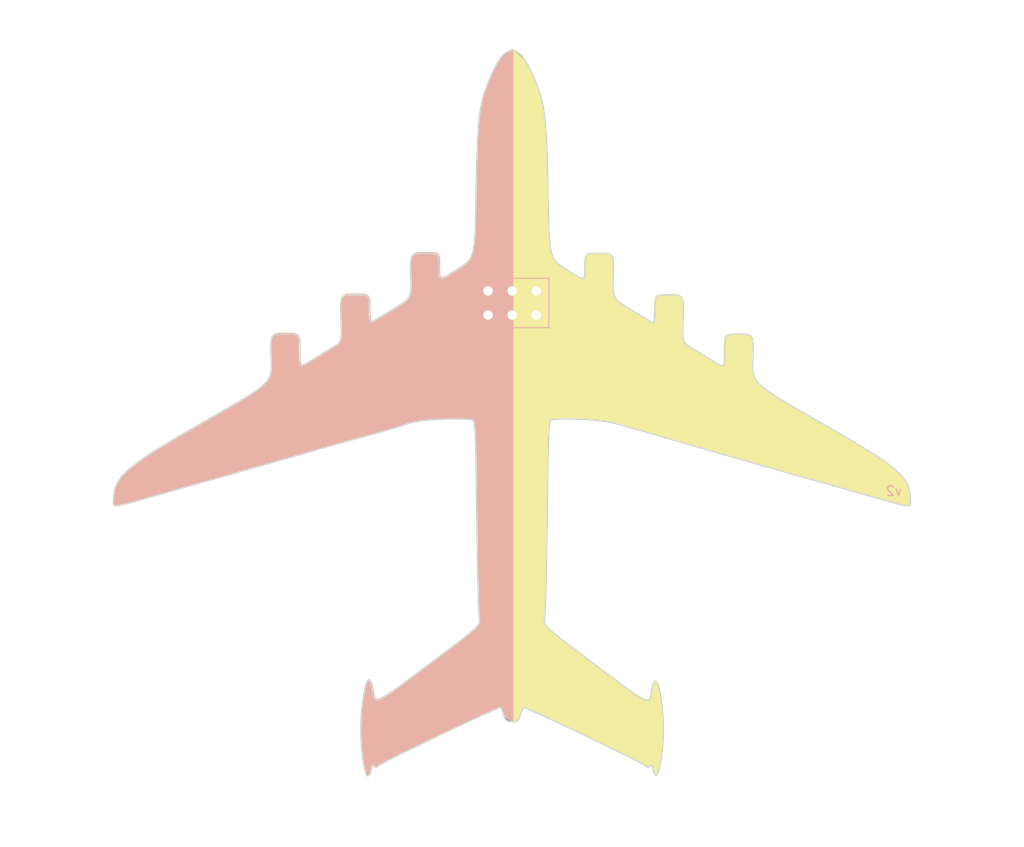
<source format=kicad_pcb>
(kicad_pcb (version 20220621) (generator pcbnew)
  (layers (0 "F.Cu" signal) (31 "B.Cu" signal) (34 "B.Paste" user) (35 "F.Paste" user) (36 "B.SilkS" user "B.Silkscreen") (37 "F.SilkS" user "F.Silkscreen") (38 "B.Mask" user) (39 "F.Mask" user) (44 "Edge.Cuts" user))
  (net 0 "")
  (footprint "Connector_PinHeader_2.54mm:PinHeader_2x03_P2.54mm_Vertical" (layer "B.Cu") (at 117.375 71.225 -90)
    (fp_text reference "REF**" hide)
    (fp_text value "PinHeader_2x03_P2.54mm_Vertical")
    (pad "1" thru_hole rect (at 0 0 270) (size 1.7 1.7) (drill 1) (layers *.Cu *.Mask))
    (pad "2" thru_hole oval (at 2.54 0 270) (size 1.7 1.7) (drill 1) (layers *.Cu *.Mask))
    (pad "3" thru_hole oval (at 0 -2.54 270) (size 1.7 1.7) (drill 1) (layers *.Cu *.Mask))
    (pad "4" thru_hole oval (at 2.54 -2.54 270) (size 1.7 1.7) (drill 1) (layers *.Cu *.Mask))
    (pad "5" thru_hole oval (at 0 -5.08 270) (size 1.7 1.7) (drill 1) (layers *.Cu *.Mask))
    (pad "6" thru_hole oval (at 2.54 -5.08 270) (size 1.7 1.7) (drill 1) (layers *.Cu *.Mask))
  )
  (gr_poly (pts (xy 119.905296 45.866532) (xy 119.742925 45.975084) (xy 119.630375 46.056498) (xy 119.5008 46.156004) (xy 119.357114 46.273602) (xy 119.202232 46.409291) (xy 119.039066 46.563073) (xy 118.870532 46.734947) (xy 118.785162 46.827669) (xy 118.699543 46.924913) (xy 118.614038 47.02668) (xy 118.529013 47.132971) (xy 118.44483 47.243784) (xy 118.361856 47.359121) (xy 118.280453 47.47898) (xy 118.200986 47.603362) (xy 118.123819 47.732268) (xy 118.049317 47.865696) (xy 117.977843 48.003647) (xy 117.909763 48.146122) (xy 117.661584 48.699755) (xy 117.440352 49.223379) (xy 117.244316 49.729481) (xy 117.071724 50.230548) (xy 116.920826 50.739067) (xy 116.78987 51.267524) (xy 116.677105 51.828406) (xy 116.58078 52.434199) (xy 116.499145 53.097391) (xy 116.430447 53.830468) (xy 116.372936 54.645916) (xy 116.324861 55.556223) (xy 116.284471 56.573874) (xy 116.250013 57.711357) (xy 116.191895 60.395765) (xy 116.144375 62.817515) (xy 116.087631 64.650837) (xy 116.049 65.377712) (xy 115.9999 65.994529) (xy 115.937613 66.513638) (xy 115.859418 66.947388) (xy 115.762593 67.308128) (xy 115.644419 67.608209) (xy 115.502174 67.85998) (xy 115.333139 68.07579) (xy 115.134593 68.26799) (xy 114.903816 68.448928) (xy 114.334683 68.82642) (xy 113.625466 69.279007) (xy 113.341482 69.45616) (xy 113.1 69.6) (xy 112.897583 69.710111) (xy 112.730794 69.786077) (xy 112.659687 69.811126) (xy 112.596199 69.827483) (xy 112.5399 69.835096) (xy 112.49036 69.833913) (xy 112.447151 69.823883) (xy 112.409842 69.804952) (xy 112.378005 69.77707) (xy 112.351208 69.740185) (xy 112.329024 69.694244) (xy 112.311023 69.639195) (xy 112.296774 69.574988) (xy 112.285849 69.501569) (xy 112.27225 69.326889) (xy 112.266792 69.114741) (xy 112.266548 68.576378) (xy 112.26359 68.12128) (xy 112.256565 67.937154) (xy 112.242883 67.779284) (xy 112.232853 67.709564) (xy 112.220327 67.64565) (xy 112.205028 67.58729) (xy 112.186679 67.534232) (xy 112.165001 67.486222) (xy 112.139718 67.44301) (xy 112.110553 67.404342) (xy 112.077228 67.369966) (xy 112.039465 67.339629) (xy 111.996988 67.313078) (xy 111.949519 67.290063) (xy 111.896781 67.270329) (xy 111.838497 67.253625) (xy 111.774388 67.239697) (xy 111.704179 67.228295) (xy 111.627591 67.219164) (xy 111.45417 67.206709) (xy 111.251907 67.200314) (xy 110.751982 67.197621) (xy 110.485399 67.1982) (xy 110.252209 67.202253) (xy 110.050309 67.213255) (xy 109.960436 67.222448) (xy 109.877596 67.234681) (xy 109.801526 67.250387) (xy 109.731965 67.270003) (xy 109.668648 67.293961) (xy 109.611313 67.322697) (xy 109.559696 67.356644) (xy 109.513535 67.396237) (xy 109.472567 67.44191) (xy 109.436529 67.494098) (xy 109.405158 67.553234) (xy 109.37819 67.619753) (xy 109.355364 67.694089) (xy 109.336415 67.776677) (xy 109.321081 67.867951) (xy 109.309099 67.968345) (xy 109.300206 68.078294) (xy 109.294139 68.198231) (xy 109.289431 68.469808) (xy 109.292871 68.786552) (xy 109.315781 69.569436) (xy 109.337643 70.354758) (xy 109.338601 70.677289) (xy 109.329061 70.960134) (xy 109.306134 71.208597) (xy 109.288749 71.321592) (xy 109.266935 71.427979) (xy 109.240331 71.528421) (xy 109.208576 71.62358) (xy 109.171309 71.714121) (xy 109.128169 71.800704) (xy 109.078795 71.883993) (xy 109.022827 71.964651) (xy 108.959903 72.04334) (xy 108.889663 72.120723) (xy 108.811745 72.197462) (xy 108.725789 72.274221) (xy 108.528319 72.430448) (xy 108.294364 72.594704) (xy 108.021038 72.772292) (xy 107.344724 73.188669) (xy 106.533895 73.679063) (xy 105.841195 74.092159) (xy 105.34014 74.384514) (xy 105.184453 74.471838) (xy 105.104245 74.512684) (xy 105.094452 74.514633) (xy 105.084782 74.512639) (xy 105.075249 74.506796) (xy 105.065865 74.497195) (xy 105.056642 74.483929) (xy 105.047592 74.467089) (xy 105.038727 74.446768) (xy 105.03006 74.423057) (xy 105.013368 74.365836) (xy 104.997614 74.296161) (xy 104.982895 74.21477) (xy 104.96931 74.122397) (xy 104.956957 74.019781) (xy 104.945932 73.907657) (xy 104.936335 73.786761) (xy 104.928264 73.65783) (xy 104.921815 73.5216) (xy 104.917088 73.378808) (xy 104.914179 73.230189) (xy 104.913188 73.076481) (xy 104.910221 72.577138) (xy 104.903175 72.375111) (xy 104.889453 72.201892) (xy 104.879393 72.125394) (xy 104.86683 72.055266) (xy 104.851485 71.991232) (xy 104.833081 71.933016) (xy 104.811339 71.880339) (xy 104.785981 71.832925) (xy 104.756729 71.790498) (xy 104.723305 71.752779) (xy 104.68543 71.719493) (xy 104.642826 71.690362) (xy 104.595216 71.665108) (xy 104.542322 71.643456) (xy 104.483864 71.625128) (xy 104.419565 71.609846) (xy 104.349146 71.597335) (xy 104.272331 71.587317) (xy 104.098394 71.573651) (xy 103.89553 71.566634) (xy 103.394118 71.563679) (xy 103.126743 71.56429) (xy 102.892872 71.568563) (xy 102.690404 71.580161) (xy 102.60029 71.589852) (xy 102.51724 71.602747) (xy 102.440991 71.619306) (xy 102.37128 71.639984) (xy 102.307845 71.665241) (xy 102.250424 71.695534) (xy 102.198754 71.731321) (xy 102.152572 71.77306) (xy 102.111617 71.821208) (xy 102.075625 71.876224) (xy 102.044335 71.938565) (xy 102.017483 72.00869) (xy 101.994807 72.087055) (xy 101.976045 72.174119) (xy 101.960934 72.270339) (xy 101.949212 72.376174) (xy 101.940616 72.492081) (xy 101.934884 72.618519) (xy 101.930961 72.904815) (xy 101.935344 73.238725) (xy 101.960626 74.064039) (xy 101.986849 74.890552) (xy 101.993469 75.227307) (xy 101.993902 75.519142) (xy 101.986756 75.770619) (xy 101.970638 75.986297) (xy 101.944154 76.170738) (xy 101.905911 76.328503) (xy 101.854515 76.464152) (xy 101.82345 76.525109) (xy 101.788573 76.582247) (xy 101.706692 76.687348) (xy 101.607479 76.784016) (xy 101.489539 76.876811) (xy 101.35148 76.970296) (xy 101.00943 77.177574) (xy 100.525272 77.467733) (xy 99.973444 77.804495) (xy 99.421897 78.146085) (xy 98.93858 78.450727) (xy 98.475705 78.743965) (xy 98.289297 78.855765) (xy 98.130058 78.942228) (xy 98.059958 78.975459) (xy 97.995848 79.001759) (xy 97.937461 79.020928) (xy 97.884529 79.032766) (xy 97.836786 79.037075) (xy 97.793963 79.033655) (xy 97.755793 79.022307) (xy 97.722009 79.002832) (xy 97.692345 78.975031) (xy 97.666531 78.938704) (xy 97.644301 78.893652) (xy 97.625389 78.839676) (xy 97.609525 78.776578) (xy 97.596444 78.704156) (xy 97.585877 78.622214) (xy 97.577557 78.53055) (xy 97.566591 78.317264) (xy 97.561406 78.062704) (xy 97.559824 77.423391) (xy 97.55685 76.85452) (xy 97.549787 76.624363) (xy 97.536034 76.427025) (xy 97.525951 76.339874) (xy 97.513359 76.259982) (xy 97.497979 76.187032) (xy 97.479532 76.12071) (xy 97.45774 76.060699) (xy 97.432324 76.006683) (xy 97.403004 75.958348) (xy 97.369503 75.915378) (xy 97.331541 75.877456) (xy 97.288839 75.844269) (xy 97.24112 75.815499) (xy 97.188103 75.790832) (xy 97.129511 75.769952) (xy 97.065064 75.752542) (xy 96.994483 75.738289) (xy 96.917491 75.726876) (xy 96.743154 75.711308) (xy 96.539822 75.703313) (xy 96.037256 75.699947) (xy 95.76927 75.70058) (xy 95.534883 75.705007) (xy 95.332012 75.717023) (xy 95.241743 75.727063) (xy 95.158571 75.740423) (xy 95.082235 75.757578) (xy 95.012474 75.779002) (xy 94.949029 75.805169) (xy 94.891638 75.836554) (xy 94.84004 75.87363) (xy 94.793976 75.916873) (xy 94.753184 75.966757) (xy 94.717404 76.023755) (xy 94.686375 76.088343) (xy 94.659836 76.160994) (xy 94.637527 76.242183) (xy 94.619188 76.332385) (xy 94.604557 76.432073) (xy 94.593374 76.541722) (xy 94.585379 76.661806) (xy 94.58031 76.792799) (xy 94.57791 77.089412) (xy 94.584089 77.435356) (xy 94.613844 78.290411) (xy 94.629553 78.747394) (xy 94.632607 79.153431) (xy 94.62616 79.340397) (xy 94.612676 79.518289) (xy 94.590864 79.688328) (xy 94.559432 79.851736) (xy 94.517089 80.009733) (xy 94.462543 80.16354) (xy 94.394504 80.314378) (xy 94.31168 80.463469) (xy 94.212779 80.612032) (xy 94.096512 80.761289) (xy 93.961585 80.912462) (xy 93.806709 81.06677) (xy 93.630591 81.225435) (xy 93.431941 81.389679) (xy 93.209467 81.56072) (xy 92.961878 81.739782) (xy 92.687883 81.928085) (xy 92.386191 82.126849) (xy 91.694548 82.560647) (xy 90.876619 83.050943) (xy 89.922075 83.607505) (xy 87.561821 84.958499) (xy 84.738271 86.587278) (xy 82.525166 87.919471) (xy 81.624994 88.493725) (xy 80.85039 89.017086) (xy 80.192341 89.497304) (xy 79.64183 89.942131) (xy 79.189846 90.359319) (xy 78.827372 90.756617) (xy 78.545395 91.141778) (xy 78.3349 91.522552) (xy 78.186874 91.90669) (xy 78.092301 92.301944) (xy 78.042168 92.716065) (xy 78.02746 93.156804) (xy 78.02588 93.236379) (xy 78.022109 93.311175) (xy 78.013803 93.445531) (xy 78.012172 93.504641) (xy 78.014159 93.558074) (xy 78.021216 93.605606) (xy 78.0271 93.627088) (xy 78.034796 93.64701) (xy 78.044485 93.665345) (xy 78.05635 93.682064) (xy 78.070571 93.697139) (xy 78.08733 93.710542) (xy 78.106809 93.722245) (xy 78.12919 93.73222) (xy 78.154653 93.740439) (xy 78.183381 93.746873) (xy 78.215554 93.751495) (xy 78.251355 93.754277) (xy 78.334566 93.754208) (xy 78.434464 93.74644) (xy 78.552502 93.73075) (xy 78.690133 93.706913) (xy 78.848809 93.674703) (xy 79.029982 93.633898) (xy 79.235103 93.584272) (xy 79.465627 93.5256) (xy 79.723004 93.457659) (xy 80.324128 93.293068) (xy 81.050094 93.088705) (xy 81.91252 92.842771) (xy 84.093222 92.219011) (xy 88.213681 91.049721) (xy 90.072724 90.533772) (xy 90.150209 90.515273) (xy 90.275733 90.481945) (xy 90.644678 90.378313) (xy 91.127127 90.237903) (xy 91.670648 90.075743) (xy 92.215008 89.913462) (xy 92.699739 89.772718) (xy 93.072061 89.668589) (xy 93.279193 89.616157) (xy 93.357594 89.597701) (xy 93.481617 89.565097) (xy 93.841116 89.464696) (xy 94.306869 89.329469) (xy 94.828055 89.173926) (xy 95.363014 89.014556) (xy 95.866273 88.868918) (xy 96.281284 88.75311) (xy 96.551494 88.683235) (xy 96.969971 88.570404) (xy 97.788671 88.337649) (xy 98.889389 88.018931) (xy 100.15392 87.648208) (xy 107.948825 85.398598) (xy 107.986182 85.392477) (xy 108.027062 85.384301) (xy 108.118806 85.362512) (xy 108.222885 85.334683) (xy 108.338125 85.302267) (xy 108.597398 85.229484) (xy 108.739084 85.192021) (xy 108.887241 85.155781) (xy 109.156904 85.073747) (xy 109.480814 84.997717) (xy 109.851592 84.927868) (xy 110.261862 84.864374) (xy 111.171357 84.757153) (xy 112.150272 84.677453) (xy 113.139579 84.626673) (xy 114.08025 84.606213) (xy 114.913257 84.617474) (xy 115.27094 84.635437) (xy 115.579572 84.661854) (xy 115.630043 84.662158) (xy 115.677384 84.664281) (xy 115.699919 84.666593) (xy 115.721717 84.670043) (xy 115.742794 84.674858) (xy 115.763166 84.681266) (xy 115.782847 84.689493) (xy 115.801854 84.699767) (xy 115.820202 84.712316) (xy 115.837906 84.727367) (xy 115.854982 84.745148) (xy 115.871445 84.765886) (xy 115.887311 84.789809) (xy 115.902594 84.817144) (xy 115.917312 84.848118) (xy 115.931478 84.88296) (xy 115.945109 84.921896) (xy 115.95822 84.965154) (xy 115.970826 85.012962) (xy 115.982943 85.065546) (xy 115.994586 85.123136) (xy 116.005771 85.185957) (xy 116.016513 85.254237) (xy 116.026828 85.328204) (xy 116.046237 85.494109) (xy 116.064123 85.685491) (xy 116.080608 85.904171) (xy 116.095817 86.151967) (xy 116.109873 86.430699) (xy 116.122899 86.742188) (xy 116.13502 87.088253) (xy 116.146359 87.470714) (xy 116.157039 87.891391) (xy 116.167185 88.352104) (xy 116.176919 88.854672) (xy 116.195649 89.992653) (xy 116.214219 91.319893) (xy 116.254833 94.600384) (xy 116.313097 98.533063) (xy 116.383213 101.89397) (xy 116.456358 104.326334) (xy 116.523709 105.473384) (xy 116.548595 105.638898) (xy 116.557235 105.71579) (xy 116.562011 105.790024) (xy 116.561926 105.862539) (xy 116.555984 105.934275) (xy 116.543188 106.00617) (xy 116.533908 106.04247) (xy 116.522541 106.079163) (xy 116.508962 106.116365) (xy 116.493046 106.154194) (xy 116.47467 106.192767) (xy 116.453707 106.232202) (xy 116.403527 106.314126) (xy 116.341509 106.400905) (xy 116.266657 106.493478) (xy 116.177973 106.592785) (xy 116.074461 106.699764) (xy 115.955125 106.815355) (xy 115.818967 106.940497) (xy 115.664991 107.076129) (xy 115.4922 107.22319) (xy 115.299598 107.382619) (xy 115.086187 107.555355) (xy 114.850971 107.742338) (xy 114.592953 107.944507) (xy 114.311137 108.1628) (xy 113.672122 108.651518) (xy 112.925953 109.216005) (xy 111.080254 110.602337) (xy 109.233864 111.984121) (xy 107.843846 113.005479) (xy 107.298747 113.391252) (xy 106.842266 113.699222) (xy 106.465911 113.93349) (xy 106.16119 114.098158) (xy 105.919612 114.197326) (xy 105.819848 114.223629) (xy 105.732685 114.235095) (xy 105.657062 114.232236) (xy 105.591917 114.215566) (xy 105.536189 114.185597) (xy 105.488817 114.142841) (xy 105.448738 114.087812) (xy 105.414893 114.021021) (xy 105.361652 113.854206) (xy 105.283258 113.401997) (xy 105.249256 113.186232) (xy 105.213871 112.992873) (xy 105.177215 112.821658) (xy 105.139398 112.672326) (xy 105.10053 112.544613) (xy 105.060722 112.438259) (xy 105.020083 112.353002) (xy 104.978725 112.288579) (xy 104.936758 112.244729) (xy 104.894291 112.22119) (xy 104.872905 112.216955) (xy 104.851435 112.2177) (xy 104.808302 112.233997) (xy 104.765 112.269819) (xy 104.721641 112.324904) (xy 104.678334 112.398991) (xy 104.63519 112.491818) (xy 104.59232 112.603122) (xy 104.549834 112.732642) (xy 104.507841 112.880115) (xy 104.466453 113.045281) (xy 104.385932 113.427641) (xy 104.309154 113.877626) (xy 104.237 114.393142) (xy 104.170353 114.972092) (xy 104.110098 115.612383) (xy 104.057115 116.311918) (xy 104.03187 116.870563) (xy 104.027934 117.45219) (xy 104.043235 118.045538) (xy 104.0757 118.639345) (xy 104.123254 119.22235) (xy 104.183825 119.78329) (xy 104.255339 120.310903) (xy 104.335723 120.793928) (xy 104.422905 121.221104) (xy 104.51481 121.581167) (xy 104.609365 121.862857) (xy 104.704497 122.054911) (xy 104.751632 122.113805) (xy 104.798134 122.146068) (xy 104.843743 122.15029) (xy 104.8882 122.125065) (xy 104.931247 122.068985) (xy 104.972624 121.980642) (xy 105.049332 121.701536) (xy 105.069664 121.607983) (xy 105.090416 121.522722) (xy 105.111618 121.445711) (xy 105.133301 121.37691) (xy 105.155497 121.316276) (xy 105.178236 121.263768) (xy 105.201549 121.219345) (xy 105.225467 121.182966) (xy 105.237663 121.167779) (xy 105.250022 121.154588) (xy 105.262548 121.143386) (xy 105.275244 121.13417) (xy 105.288116 121.126934) (xy 105.301165 121.121671) (xy 105.314397 121.118379) (xy 105.327815 121.11705) (xy 105.341424 121.11768) (xy 105.355226 121.120265) (xy 105.369226 121.124797) (xy 105.383428 121.131273) (xy 105.397836 121.139688) (xy 105.412453 121.150035) (xy 105.442331 121.176509) (xy 105.457464 121.191125) (xy 105.472552 121.204659) (xy 105.487599 121.217109) (xy 105.50261 121.228474) (xy 105.51759 121.238754) (xy 105.532544 121.247948) (xy 105.547475 121.256056) (xy 105.56239 121.263076) (xy 105.577294 121.269009) (xy 105.592189 121.273852) (xy 105.607083 121.277607) (xy 105.621979 121.280271) (xy 105.636881 121.281844) (xy 105.651796 121.282325) (xy 105.666728 121.281714) (xy 105.681681 121.28001) (xy 105.69666 121.277213) (xy 105.711671 121.27332) (xy 105.726717 121.268333) (xy 105.741804 121.26225) (xy 105.756937 121.25507) (xy 105.77212 121.246792) (xy 105.787357 121.237417) (xy 105.802655 121.226943) (xy 105.818018 121.215369) (xy 105.833449 121.202695) (xy 105.848955 121.18892) (xy 105.86454 121.174043) (xy 105.880209 121.158064) (xy 105.895967 121.140981) (xy 105.911818 121.122795) (xy 105.927767 121.103505) (xy 106.527406 120.759784) (xy 107.969452 120.02962) (xy 112.266026 117.942898) (xy 116.588012 115.90922) (xy 118.061823 115.24536) (xy 118.705933 114.994465) (xy 118.714318 114.995442) (xy 118.723151 114.99834) (xy 118.732408 115.003111) (xy 118.742066 115.009708) (xy 118.752101 115.018083) (xy 118.762488 115.028188) (xy 118.773205 115.039974) (xy 118.784226 115.053395) (xy 118.795529 115.068402) (xy 118.80709 115.084947) (xy 118.830887 115.122462) (xy 118.855427 115.165556) (xy 118.88052 115.213846) (xy 118.905974 115.26695) (xy 118.931599 115.324485) (xy 118.957203 115.386068) (xy 118.982596 115.451316) (xy 119.007587 115.519845) (xy 119.031984 115.591274) (xy 119.055598 115.665219) (xy 119.078237 115.741298) (xy 119.096513 115.798301) (xy 119.117662 115.852442) (xy 119.141455 115.90379) (xy 119.167668 115.952414) (xy 119.196072 115.998383) (xy 119.226443 116.041765) (xy 119.258553 116.082631) (xy 119.292177 116.121048) (xy 119.327087 116.157086) (xy 119.363058 116.190814) (xy 119.399864 116.222302) (xy 119.437277 116.251617) (xy 119.513021 116.304008) (xy 119.588481 116.34854) (xy 119.661845 116.385764) (xy 119.731303 116.416233) (xy 119.795043 116.4405) (xy 119.851254 116.459116) (xy 119.933849 116.481606) (xy 119.9646 116.488121) (xy 119.9646 45.830348)) (stroke (width 0.15)) (fill solid) (layer "B.SilkS"))
  (gr_poly (pts (xy 119.930048 45.927807) (xy 120.092419 46.036359) (xy 120.204969 46.117773) (xy 120.334544 46.217279) (xy 120.47823 46.334877) (xy 120.633112 46.470566) (xy 120.796278 46.624348) (xy 120.964812 46.796222) (xy 121.050182 46.888944) (xy 121.135801 46.986188) (xy 121.221306 47.087955) (xy 121.306331 47.194246) (xy 121.390514 47.305059) (xy 121.473488 47.420396) (xy 121.554891 47.540255) (xy 121.634358 47.664637) (xy 121.711525 47.793543) (xy 121.786027 47.926971) (xy 121.857501 48.064922) (xy 121.925581 48.207397) (xy 122.17376 48.76103) (xy 122.394992 49.284654) (xy 122.591028 49.790756) (xy 122.76362 50.291823) (xy 122.914518 50.800342) (xy 123.045474 51.328799) (xy 123.158239 51.889681) (xy 123.254564 52.495474) (xy 123.336199 53.158666) (xy 123.404897 53.891743) (xy 123.462408 54.707191) (xy 123.510483 55.617498) (xy 123.550873 56.635149) (xy 123.585331 57.772632) (xy 123.643449 60.45704) (xy 123.690969 62.87879) (xy 123.747713 64.712112) (xy 123.786344 65.438987) (xy 123.835444 66.055804) (xy 123.897731 66.574913) (xy 123.975926 67.008663) (xy 124.072751 67.369403) (xy 124.190925 67.669484) (xy 124.33317 67.921255) (xy 124.502205 68.137065) (xy 124.700751 68.329265) (xy 124.931528 68.510203) (xy 125.500661 68.887695) (xy 126.209878 69.340282) (xy 126.493862 69.517435) (xy 126.735344 69.661275) (xy 126.937761 69.771386) (xy 127.10455 69.847352) (xy 127.175657 69.872401) (xy 127.239145 69.888758) (xy 127.295444 69.896371) (xy 127.344984 69.895188) (xy 127.388193 69.885158) (xy 127.425502 69.866227) (xy 127.457339 69.838345) (xy 127.484136 69.80146) (xy 127.50632 69.755519) (xy 127.524321 69.70047) (xy 127.53857 69.636263) (xy 127.549495 69.562844) (xy 127.563094 69.388164) (xy 127.568552 69.176016) (xy 127.568796 68.637653) (xy 127.571754 68.182555) (xy 127.578779 67.998429) (xy 127.592461 67.840559) (xy 127.602491 67.770839) (xy 127.615017 67.706925) (xy 127.630316 67.648565) (xy 127.648665 67.595507) (xy 127.670343 67.547497) (xy 127.695626 67.504285) (xy 127.724791 67.465617) (xy 127.758116 67.431241) (xy 127.795879 67.400904) (xy 127.838356 67.374353) (xy 127.885825 67.351338) (xy 127.938563 67.331604) (xy 127.996847 67.3149) (xy 128.060956 67.300972) (xy 128.131165 67.28957) (xy 128.207753 67.280439) (xy 128.381174 67.267984) (xy 128.583437 67.261589) (xy 129.083362 67.258896) (xy 129.349945 67.259475) (xy 129.583135 67.263528) (xy 129.785035 67.27453) (xy 129.874908 67.283723) (xy 129.957748 67.295956) (xy 130.033818 67.311662) (xy 130.103379 67.331278) (xy 130.166696 67.355236) (xy 130.224031 67.383972) (xy 130.275648 67.417919) (xy 130.321809 67.457512) (xy 130.362777 67.503185) (xy 130.398815 67.555373) (xy 130.430186 67.614509) (xy 130.457154 67.681028) (xy 130.47998 67.755364) (xy 130.498929 67.837952) (xy 130.514263 67.929226) (xy 130.526245 68.02962) (xy 130.535138 68.139569) (xy 130.541205 68.259506) (xy 130.545913 68.531083) (xy 130.542473 68.847827) (xy 130.519563 69.630711) (xy 130.497701 70.416033) (xy 130.496743 70.738564) (xy 130.506283 71.021409) (xy 130.52921 71.269872) (xy 130.546595 71.382867) (xy 130.568409 71.489254) (xy 130.595013 71.589696) (xy 130.626768 71.684855) (xy 130.664035 71.775396) (xy 130.707175 71.861979) (xy 130.756549 71.945268) (xy 130.812517 72.025926) (xy 130.875441 72.104615) (xy 130.945681 72.181998) (xy 131.023599 72.258737) (xy 131.109555 72.335496) (xy 131.307025 72.491723) (xy 131.54098 72.655979) (xy 131.814306 72.833567) (xy 132.49062 73.249944) (xy 133.301449 73.740338) (xy 133.994149 74.153434) (xy 134.495204 74.445789) (xy 134.650891 74.533113) (xy 134.731099 74.573959) (xy 134.740892 74.575908) (xy 134.750562 74.573914) (xy 134.760095 74.568071) (xy 134.769479 74.55847) (xy 134.778702 74.545204) (xy 134.787752 74.528364) (xy 134.796617 74.508043) (xy 134.805284 74.484332) (xy 134.821976 74.427111) (xy 134.83773 74.357436) (xy 134.852449 74.276045) (xy 134.866034 74.183672) (xy 134.878387 74.081056) (xy 134.889412 73.968932) (xy 134.899009 73.848036) (xy 134.90708 73.719105) (xy 134.913529 73.582875) (xy 134.918256 73.440083) (xy 134.921165 73.291464) (xy 134.922156 73.137756) (xy 134.925123 72.638413) (xy 134.932169 72.436386) (xy 134.945891 72.263167) (xy 134.955951 72.186669) (xy 134.968514 72.116541) (xy 134.983859 72.052507) (xy 135.002263 71.994291) (xy 135.024005 71.941614) (xy 135.049363 71.8942) (xy 135.078615 71.851773) (xy 135.112039 71.814054) (xy 135.149914 71.780768) (xy 135.192518 71.751637) (xy 135.240128 71.726383) (xy 135.293022 71.704731) (xy 135.35148 71.686403) (xy 135.415779 71.671121) (xy 135.486198 71.65861) (xy 135.563013 71.648592) (xy 135.73695 71.634926) (xy 135.939814 71.627909) (xy 136.441226 71.624954) (xy 136.708601 71.625565) (xy 136.942472 71.629838) (xy 137.14494 71.641436) (xy 137.235054 71.651127) (xy 137.318104 71.664022) (xy 137.394353 71.680581) (xy 137.464064 71.701259) (xy 137.527499 71.726516) (xy 137.58492 71.756809) (xy 137.63659 71.792596) (xy 137.682772 71.834335) (xy 137.723727 71.882483) (xy 137.759719 71.937499) (xy 137.791009 71.99984) (xy 137.817861 72.069965) (xy 137.840537 72.14833) (xy 137.859299 72.235394) (xy 137.87441 72.331614) (xy 137.886132 72.437449) (xy 137.894728 72.553356) (xy 137.90046 72.679794) (xy 137.904383 72.96609) (xy 137.9 73.3) (xy 137.874718 74.125314) (xy 137.848495 74.951827) (xy 137.841875 75.288582) (xy 137.841442 75.580417) (xy 137.848588 75.831894) (xy 137.864706 76.047572) (xy 137.89119 76.232013) (xy 137.929433 76.389778) (xy 137.980829 76.525427) (xy 138.011894 76.586384) (xy 138.046771 76.643522) (xy 138.128652 76.748623) (xy 138.227865 76.845291) (xy 138.345805 76.938086) (xy 138.483864 77.031571) (xy 138.825914 77.238849) (xy 139.310072 77.529008) (xy 139.8619 77.86577) (xy 140.413447 78.20736) (xy 140.896764 78.512002) (xy 141.359639 78.80524) (xy 141.546047 78.91704) (xy 141.705286 79.003503) (xy 141.775386 79.036734) (xy 141.839496 79.063034) (xy 141.897883 79.082203) (xy 141.950815 79.094041) (xy 141.998558 79.09835) (xy 142.041381 79.09493) (xy 142.079551 79.083582) (xy 142.113335 79.064107) (xy 142.142999 79.036306) (xy 142.168813 78.999979) (xy 142.191043 78.954927) (xy 142.209955 78.900951) (xy 142.225819 78.837853) (xy 142.2389 78.765431) (xy 142.249467 78.683489) (xy 142.257787 78.591825) (xy 142.268753 78.378539) (xy 142.273938 78.123979) (xy 142.27552 77.484666) (xy 142.278494 76.915795) (xy 142.285557 76.685638) (xy 142.29931 76.4883) (xy 142.309393 76.401149) (xy 142.321985 76.321257) (xy 142.337365 76.248307) (xy 142.355812 76.181985) (xy 142.377604 76.121974) (xy 142.40302 76.067958) (xy 142.43234 76.019623) (xy 142.465841 75.976653) (xy 142.503803 75.938731) (xy 142.546505 75.905544) (xy 142.594224 75.876774) (xy 142.647241 75.852107) (xy 142.705833 75.831227) (xy 142.77028 75.813817) (xy 142.840861 75.799564) (xy 142.917853 75.788151) (xy 143.09219 75.772583) (xy 143.295522 75.764588) (xy 143.798088 75.761222) (xy 144.066074 75.761855) (xy 144.300461 75.766282) (xy 144.503332 75.778298) (xy 144.593601 75.788338) (xy 144.676773 75.801698) (xy 144.753109 75.818853) (xy 144.82287 75.840277) (xy 144.886315 75.866444) (xy 144.943706 75.897829) (xy 144.995304 75.934905) (xy 145.041368 75.978148) (xy 145.08216 76.028032) (xy 145.11794 76.08503) (xy 145.148969 76.149618) (xy 145.175508 76.222269) (xy 145.197817 76.303458) (xy 145.216156 76.39366) (xy 145.230787 76.493348) (xy 145.24197 76.602997) (xy 145.249965 76.723081) (xy 145.255034 76.854074) (xy 145.257434 77.150687) (xy 145.251255 77.496631) (xy 145.2215 78.351686) (xy 145.205791 78.808669) (xy 145.202737 79.214706) (xy 145.209184 79.401672) (xy 145.222668 79.579564) (xy 145.24448 79.749603) (xy 145.275912 79.913011) (xy 145.318255 80.071008) (xy 145.372801 80.224815) (xy 145.44084 80.375653) (xy 145.523664 80.524744) (xy 145.622565 80.673307) (xy 145.738832 80.822564) (xy 145.873759 80.973737) (xy 146.028635 81.128045) (xy 146.204753 81.28671) (xy 146.403403 81.450954) (xy 146.625877 81.621995) (xy 146.873466 81.801057) (xy 147.147461 81.98936) (xy 147.449153 82.188124) (xy 148.140796 82.621922) (xy 148.958725 83.112218) (xy 149.913269 83.66878) (xy 152.273523 85.019774) (xy 155.097073 86.648553) (xy 157.310178 87.980746) (xy 158.21035 88.555) (xy 158.984954 89.078361) (xy 159.643003 89.558579) (xy 160.193514 90.003406) (xy 160.645498 90.420594) (xy 161.007972 90.817892) (xy 161.289949 91.203053) (xy 161.500444 91.583827) (xy 161.64847 91.967965) (xy 161.743043 92.363219) (xy 161.793176 92.77734) (xy 161.807884 93.218079) (xy 161.809464 93.297654) (xy 161.813235 93.37245) (xy 161.821541 93.506806) (xy 161.823172 93.565916) (xy 161.821185 93.619349) (xy 161.814128 93.666881) (xy 161.808244 93.688363) (xy 161.800548 93.708285) (xy 161.790859 93.72662) (xy 161.778994 93.743339) (xy 161.764773 93.758414) (xy 161.748014 93.771817) (xy 161.728535 93.78352) (xy 161.706154 93.793495) (xy 161.680691 93.801714) (xy 161.651963 93.808148) (xy 161.61979 93.81277) (xy 161.583989 93.815552) (xy 161.500778 93.815483) (xy 161.40088 93.807715) (xy 161.282842 93.792025) (xy 161.145211 93.768188) (xy 160.986535 93.735978) (xy 160.805362 93.695173) (xy 160.600241 93.645547) (xy 160.369717 93.586875) (xy 160.11234 93.518934) (xy 159.511216 93.354343) (xy 158.78525 93.14998) (xy 157.922824 92.904046) (xy 155.742122 92.280286) (xy 151.621663 91.110996) (xy 149.76262 90.595047) (xy 149.685135 90.576548) (xy 149.559611 90.54322) (xy 149.190666 90.439588) (xy 148.708217 90.299178) (xy 148.164696 90.137018) (xy 147.620336 89.974737) (xy 147.135605 89.833993) (xy 146.763283 89.729864) (xy 146.556151 89.677432) (xy 146.47775 89.658976) (xy 146.353727 89.626372) (xy 145.994228 89.525971) (xy 145.528475 89.390744) (xy 145.007289 89.235201) (xy 144.47233 89.075831) (xy 143.969071 88.930193) (xy 143.55406 88.814385) (xy 143.28385 88.74451) (xy 142.865373 88.631679) (xy 142.046673 88.398924) (xy 140.945955 88.080206) (xy 139.681424 87.709483) (xy 131.886519 85.459873) (xy 131.849162 85.453752) (xy 131.808282 85.445576) (xy 131.716538 85.423787) (xy 131.612459 85.395958) (xy 131.497219 85.363542) (xy 131.237946 85.290759) (xy 131.09626 85.253296) (xy 130.948103 85.217056) (xy 130.67844 85.135022) (xy 130.35453 85.058992) (xy 129.983752 84.989143) (xy 129.573482 84.925649) (xy 128.663987 84.818428) (xy 127.685072 84.738728) (xy 126.695765 84.687948) (xy 125.755094 84.667488) (xy 124.922087 84.678749) (xy 124.564404 84.696712) (xy 124.255772 84.723129) (xy 124.205301 84.723433) (xy 124.15796 84.725556) (xy 124.135425 84.727868) (xy 124.113627 84.731318) (xy 124.09255 84.736133) (xy 124.072178 84.742541) (xy 124.052497 84.750768) (xy 124.03349 84.761042) (xy 124.015142 84.773591) (xy 123.997438 84.788642) (xy 123.980362 84.806423) (xy 123.963899 84.827161) (xy 123.948033 84.851084) (xy 123.93275 84.878419) (xy 123.918032 84.909393) (xy 123.903866 84.944235) (xy 123.890235 84.983171) (xy 123.877124 85.026429) (xy 123.864518 85.074237) (xy 123.852401 85.126821) (xy 123.840758 85.184411) (xy 123.829573 85.247232) (xy 123.818831 85.315512) (xy 123.808516 85.389479) (xy 123.789107 85.555384) (xy 123.771221 85.746766) (xy 123.754736 85.965446) (xy 123.739527 86.213242) (xy 123.725471 86.491974) (xy 123.712445 86.803463) (xy 123.700324 87.149528) (xy 123.688985 87.531989) (xy 123.678305 87.952666) (xy 123.668159 88.413379) (xy 123.658425 88.915947) (xy 123.639695 90.053928) (xy 123.621125 91.381168) (xy 123.580511 94.661659) (xy 123.522247 98.594338) (xy 123.452131 101.955245) (xy 123.378986 104.387609) (xy 123.311635 105.534659) (xy 123.286749 105.700173) (xy 123.278109 105.777065) (xy 123.273333 105.851299) (xy 123.273418 105.923814) (xy 123.27936 105.99555) (xy 123.292156 106.067445) (xy 123.301436 106.103745) (xy 123.312803 106.140438) (xy 123.326382 106.17764) (xy 123.342298 106.215469) (xy 123.360674 106.254042) (xy 123.381637 106.293477) (xy 123.431817 106.375401) (xy 123.493835 106.46218) (xy 123.568687 106.554753) (xy 123.657371 106.65406) (xy 123.760883 106.761039) (xy 123.880219 106.87663) (xy 124.016377 107.001772) (xy 124.170353 107.137404) (xy 124.343144 107.284465) (xy 124.535746 107.443894) (xy 124.749157 107.61663) (xy 124.984373 107.803613) (xy 125.242391 108.005782) (xy 125.524207 108.224075) (xy 126.163222 108.712793) (xy 126.909391 109.27728) (xy 128.75509 110.663612) (xy 130.60148 112.045396) (xy 131.991498 113.066754) (xy 132.536597 113.452527) (xy 132.993078 113.760497) (xy 133.369433 113.994765) (xy 133.674154 114.159433) (xy 133.915732 114.258601) (xy 134.015496 114.284904) (xy 134.102659 114.29637) (xy 134.178282 114.293511) (xy 134.243427 114.276841) (xy 134.299155 114.246872) (xy 134.346527 114.204116) (xy 134.386606 114.149087) (xy 134.420451 114.082296) (xy 134.473692 113.915481) (xy 134.552086 113.463272) (xy 134.586088 113.247507) (xy 134.621473 113.054148) (xy 134.658129 112.882933) (xy 134.695946 112.733601) (xy 134.734814 112.605888) (xy 134.774622 112.499534) (xy 134.815261 112.414277) (xy 134.856619 112.349854) (xy 134.898586 112.306004) (xy 134.941053 112.282465) (xy 134.962439 112.27823) (xy 134.983909 112.278975) (xy 135.027042 112.295272) (xy 135.070344 112.331094) (xy 135.113703 112.386179) (xy 135.15701 112.460266) (xy 135.200154 112.553093) (xy 135.243024 112.664397) (xy 135.28551 112.793917) (xy 135.327503 112.94139) (xy 135.368891 113.106556) (xy 135.449412 113.488916) (xy 135.52619 113.938901) (xy 135.598344 114.454417) (xy 135.664991 115.033367) (xy 135.725246 115.673658) (xy 135.778229 116.373193) (xy 135.803474 116.931838) (xy 135.80741 117.513465) (xy 135.792109 118.106813) (xy 135.759644 118.70062) (xy 135.71209 119.283625) (xy 135.651519 119.844565) (xy 135.580005 120.372178) (xy 135.499621 120.855203) (xy 135.412439 121.282379) (xy 135.320534 121.642442) (xy 135.225979 121.924132) (xy 135.130847 122.116186) (xy 135.083712 122.17508) (xy 135.03721 122.207343) (xy 134.991601 122.211565) (xy 134.947144 122.18634) (xy 134.904097 122.13026) (xy 134.86272 122.041917) (xy 134.786012 121.762811) (xy 134.76568 121.669258) (xy 134.744928 121.583997) (xy 134.723726 121.506986) (xy 134.702043 121.438185) (xy 134.679847 121.377551) (xy 134.657108 121.325043) (xy 134.633795 121.28062) (xy 134.609877 121.244241) (xy 134.597681 121.229054) (xy 134.585322 121.215863) (xy 134.572796 121.204661) (xy 134.5601 121.195445) (xy 134.547228 121.188209) (xy 134.534179 121.182946) (xy 134.520947 121.179654) (xy 134.507529 121.178325) (xy 134.49392 121.178955) (xy 134.480118 121.18154) (xy 134.466118 121.186072) (xy 134.451916 121.192548) (xy 134.437508 121.200963) (xy 134.422891 121.21131) (xy 134.393013 121.237784) (xy 134.37788 121.2524) (xy 134.362792 121.265934) (xy 134.347745 121.278384) (xy 134.332734 121.289749) (xy 134.317754 121.300029) (xy 134.3028 121.309223) (xy 134.287869 121.317331) (xy 134.272954 121.324351) (xy 134.25805 121.330284) (xy 134.243155 121.335127) (xy 134.228261 121.338882) (xy 134.213365 121.341546) (xy 134.198463 121.343119) (xy 134.183548 121.3436) (xy 134.168616 121.342989) (xy 134.153663 121.341285) (xy 134.138684 121.338488) (xy 134.123673 121.334595) (xy 134.108627 121.329608) (xy 134.09354 121.323525) (xy 134.078407 121.316345) (xy 134.063224 121.308067) (xy 134.047987 121.298692) (xy 134.032689 121.288218) (xy 134.017326 121.276644) (xy 134.001895 121.26397) (xy 133.986389 121.250195) (xy 133.970804 121.235318) (xy 133.955135 121.219339) (xy 133.939377 121.202256) (xy 133.923526 121.18407) (xy 133.907577 121.16478) (xy 133.307938 120.821059) (xy 131.865892 120.090895) (xy 127.569318 118.004173) (xy 123.247332 115.970495) (xy 121.773521 115.306635) (xy 121.129411 115.05574) (xy 121.121026 115.056717) (xy 121.112193 115.059615) (xy 121.102936 115.064386) (xy 121.093278 115.070983) (xy 121.083243 115.079358) (xy 121.072856 115.089463) (xy 121.062139 115.101249) (xy 121.051118 115.11467) (xy 121.039815 115.129677) (xy 121.028254 115.146222) (xy 121.004457 115.183737) (xy 120.979917 115.226831) (xy 120.954824 115.275121) (xy 120.92937 115.328225) (xy 120.903745 115.38576) (xy 120.878141 115.447343) (xy 120.852748 115.512591) (xy 120.827757 115.58112) (xy 120.80336 115.652549) (xy 120.779746 115.726494) (xy 120.757107 115.802573) (xy 120.738831 115.859576) (xy 120.717682 115.913717) (xy 120.693889 115.965065) (xy 120.667676 116.013689) (xy 120.639272 116.059658) (xy 120.608901 116.10304) (xy 120.576791 116.143906) (xy 120.543167 116.182323) (xy 120.508257 116.218361) (xy 120.472286 116.252089) (xy 120.43548 116.283577) (xy 120.398067 116.312892) (xy 120.322323 116.365283) (xy 120.246863 116.409815) (xy 120.173499 116.447039) (xy 120.104041 116.477508) (xy 120.040301 116.501775) (xy 119.98409 116.520391) (xy 119.901495 116.542881) (xy 119.870744 116.549396) (xy 119.870744 45.891623)) (stroke (width 0.15)) (fill solid) (layer "F.SilkS"))
  (gr_poly (pts (xy 120.02557 45.922147) (xy 120.152004 45.949285) (xy 120.278535 45.994515) (xy 120.40521 46.057837) (xy 120.532076 46.139251) (xy 120.659183 46.238757) (xy 120.786578 46.356355) (xy 120.914309 46.492044) (xy 121.042425 46.645826) (xy 121.170972 46.8177) (xy 121.3 47.007666) (xy 121.429556 47.215724) (xy 121.559688 47.441874) (xy 121.690444 47.686115) (xy 121.821873 47.948449) (xy 121.954022 48.228875) (xy 122.202201 48.782508) (xy 122.423433 49.306132) (xy 122.619469 49.812235) (xy 122.792061 50.313302) (xy 122.942959 50.821821) (xy 123.073915 51.350278) (xy 123.18668 51.91116) (xy 123.283004 52.516953) (xy 123.36464 53.180145) (xy 123.433338 53.913221) (xy 123.490849 54.72867) (xy 123.538924 55.638976) (xy 123.579314 56.656627) (xy 123.613772 57.79411) (xy 123.67189 60.478518) (xy 123.71941 62.900268) (xy 123.776153 64.73359) (xy 123.814785 65.460465) (xy 123.863884 66.077282) (xy 123.926172 66.596391) (xy 124.004367 67.030141) (xy 124.101192 67.390881) (xy 124.219366 67.690962) (xy 124.361611 67.942733) (xy 124.530645 68.158543) (xy 124.729191 68.350743) (xy 124.959969 68.531681) (xy 125.529101 68.909173) (xy 126.238318 69.36176) (xy 126.522302 69.538913) (xy 126.763785 69.682753) (xy 126.966202 69.792864) (xy 127.13299 69.86883) (xy 127.204097 69.893879) (xy 127.267586 69.910236) (xy 127.323885 69.917849) (xy 127.373424 69.916666) (xy 127.416634 69.906636) (xy 127.453943 69.887705) (xy 127.48578 69.859823) (xy 127.512576 69.822938) (xy 127.534761 69.776997) (xy 127.552762 69.721948) (xy 127.567011 69.657741) (xy 127.577936 69.584322) (xy 127.591534 69.409642) (xy 127.596993 69.197494) (xy 127.597237 68.659131) (xy 127.600195 68.204033) (xy 127.60722 68.019907) (xy 127.620902 67.862037) (xy 127.630932 67.792316) (xy 127.643457 67.728403) (xy 127.658757 67.670043) (xy 127.677106 67.616984) (xy 127.698784 67.568975) (xy 127.724067 67.525763) (xy 127.753232 67.487095) (xy 127.786557 67.452719) (xy 127.82432 67.422382) (xy 127.866797 67.395831) (xy 127.914266 67.372816) (xy 127.967004 67.353082) (xy 128.025288 67.336378) (xy 128.089397 67.32245) (xy 128.159606 67.311048) (xy 128.236194 67.301917) (xy 128.409615 67.289462) (xy 128.611877 67.283067) (xy 129.111803 67.280374) (xy 129.378386 67.280953) (xy 129.611576 67.285006) (xy 129.813476 67.296008) (xy 129.903349 67.305201) (xy 129.986189 67.317434) (xy 130.062258 67.33314) (xy 130.13182 67.352756) (xy 130.195137 67.376715) (xy 130.252472 67.40545) (xy 130.304089 67.439397) (xy 130.350249 67.47899) (xy 130.391217 67.524663) (xy 130.427256 67.576851) (xy 130.458627 67.635987) (xy 130.485595 67.702506) (xy 130.508421 67.776843) (xy 130.52737 67.85943) (xy 130.542704 67.950704) (xy 130.554686 68.051098) (xy 130.563579 68.161047) (xy 130.569646 68.280984) (xy 130.574354 68.552561) (xy 130.570914 68.869305) (xy 130.548004 69.652189) (xy 130.526142 70.437511) (xy 130.525184 70.760042) (xy 130.534724 71.042887) (xy 130.55765 71.29135) (xy 130.575035 71.404345) (xy 130.59685 71.510732) (xy 130.623454 71.611174) (xy 130.655209 71.706333) (xy 130.692476 71.796874) (xy 130.735616 71.883457) (xy 130.78499 71.966746) (xy 130.840958 72.047404) (xy 130.903882 72.126093) (xy 130.974122 72.203476) (xy 131.05204 72.280215) (xy 131.137996 72.356974) (xy 131.335466 72.513201) (xy 131.569421 72.677457) (xy 131.842746 72.855045) (xy 132.519061 73.271422) (xy 133.32989 73.761816) (xy 134.022589 74.174912) (xy 134.523645 74.467267) (xy 134.679332 74.554591) (xy 134.75954 74.595437) (xy 134.769333 74.597386) (xy 134.779003 74.595392) (xy 134.788536 74.589549) (xy 134.79792 74.579948) (xy 134.807143 74.566682) (xy 134.816193 74.549842) (xy 134.825058 74.529521) (xy 134.833725 74.50581) (xy 134.850417 74.448589) (xy 134.866171 74.378914) (xy 134.880889 74.297523) (xy 134.894475 74.20515) (xy 134.906828 74.102534) (xy 134.917853 73.99041) (xy 134.92745 73.869514) (xy 134.935521 73.740583) (xy 134.94197 73.604353) (xy 134.946697 73.461561) (xy 134.949605 73.312942) (xy 134.950596 73.159234) (xy 134.953563 72.659891) (xy 134.96061 72.457864) (xy 134.974332 72.284645) (xy 134.984392 72.208147) (xy 134.996955 72.138019) (xy 135.012299 72.073985) (xy 135.030704 72.015769) (xy 135.052446 71.963092) (xy 135.077804 71.915678) (xy 135.107056 71.873251) (xy 135.14048 71.835532) (xy 135.178355 71.802246) (xy 135.220958 71.773115) (xy 135.268568 71.747861) (xy 135.321463 71.726209) (xy 135.379921 71.707881) (xy 135.44422 71.692599) (xy 135.514639 71.680088) (xy 135.591454 71.67007) (xy 135.765391 71.656404) (xy 135.968255 71.649387) (xy 136.469667 71.646432) (xy 136.737042 71.647043) (xy 136.970913 71.651316) (xy 137.173381 71.662914) (xy 137.263495 71.672605) (xy 137.346545 71.6855) (xy 137.422794 71.702059) (xy 137.492505 71.722737) (xy 137.55594 71.747994) (xy 137.613361 71.778287) (xy 137.665031 71.814074) (xy 137.711212 71.855813) (xy 137.752168 71.903961) (xy 137.78816 71.958977) (xy 137.81945 72.021318) (xy 137.846302 72.091443) (xy 137.868978 72.169808) (xy 137.88774 72.256872) (xy 137.902851 72.353092) (xy 137.914573 72.458927) (xy 137.923169 72.574834) (xy 137.928901 72.701272) (xy 137.932823 72.987568) (xy 137.928441 73.321478) (xy 137.903158 74.146792) (xy 137.876936 74.973305) (xy 137.870316 75.31006) (xy 137.869883 75.601895) (xy 137.877028 75.853372) (xy 137.893146 76.06905) (xy 137.919631 76.253491) (xy 137.957874 76.411256) (xy 138.00927 76.546905) (xy 138.040335 76.607862) (xy 138.075211 76.665) (xy 138.157092 76.770101) (xy 138.256306 76.866769) (xy 138.374246 76.959564) (xy 138.512305 77.053049) (xy 138.854355 77.260327) (xy 139.338513 77.550486) (xy 139.890341 77.887248) (xy 140.441888 78.228838) (xy 140.925204 78.53348) (xy 141.38808 78.826718) (xy 141.574487 78.938518) (xy 141.733727 79.024981) (xy 141.803827 79.058212) (xy 141.867937 79.084512) (xy 141.926324 79.103681) (xy 141.979256 79.115519) (xy 142.026999 79.119828) (xy 142.069822 79.116408) (xy 142.107992 79.10506) (xy 142.141775 79.085585) (xy 142.17144 79.057784) (xy 142.197254 79.021457) (xy 142.219483 78.976405) (xy 142.238396 78.922429) (xy 142.25426 78.859331) (xy 142.267341 78.786909) (xy 142.277908 78.704967) (xy 142.286228 78.613303) (xy 142.297194 78.400017) (xy 142.302379 78.145457) (xy 142.303961 77.506144) (xy 142.306935 76.937273) (xy 142.313998 76.707116) (xy 142.327751 76.509778) (xy 142.337834 76.422628) (xy 142.350426 76.342735) (xy 142.365806 76.269785) (xy 142.384253 76.203463) (xy 142.406045 76.143451) (xy 142.431461 76.089436) (xy 142.460781 76.041101) (xy 142.494282 75.998131) (xy 142.532244 75.960209) (xy 142.574945 75.927022) (xy 142.622665 75.898252) (xy 142.675682 75.873585) (xy 142.734274 75.852705) (xy 142.798721 75.835295) (xy 142.869302 75.821042) (xy 142.946294 75.809629) (xy 143.120631 75.794061) (xy 143.323962 75.786066) (xy 143.826529 75.7827) (xy 144.094515 75.783333) (xy 144.328901 75.78776) (xy 144.531773 75.799776) (xy 144.622042 75.809816) (xy 144.705214 75.823176) (xy 144.78155 75.840331) (xy 144.85131 75.861755) (xy 144.914756 75.887922) (xy 144.972147 75.919307) (xy 145.023744 75.956383) (xy 145.069809 75.999626) (xy 145.110601 76.04951) (xy 145.146381 76.106508) (xy 145.17741 76.171096) (xy 145.203949 76.243747) (xy 145.226257 76.324936) (xy 145.244597 76.415138) (xy 145.259228 76.514826) (xy 145.270411 76.624475) (xy 145.278406 76.744559) (xy 145.283475 76.875552) (xy 145.285875 77.172165) (xy 145.279696 77.518109) (xy 145.24994 78.373164) (xy 145.234232 78.830147) (xy 145.231178 79.236184) (xy 145.237625 79.42315) (xy 145.251108 79.601042) (xy 145.272921 79.771081) (xy 145.304353 79.934489) (xy 145.346696 80.092486) (xy 145.401242 80.246293) (xy 145.469281 80.397131) (xy 145.552105 80.546222) (xy 145.651006 80.694785) (xy 145.767273 80.844042) (xy 145.9022 80.995215) (xy 146.057076 81.149523) (xy 146.233194 81.308188) (xy 146.431844 81.472432) (xy 146.654318 81.643473) (xy 146.901907 81.822535) (xy 147.175902 82.010838) (xy 147.477594 82.209602) (xy 148.169237 82.6434) (xy 148.987166 83.133696) (xy 149.941709 83.690258) (xy 152.301964 85.041252) (xy 155.125516 86.670031) (xy 157.338623 88.002224) (xy 158.238795 88.576478) (xy 159.013399 89.099839) (xy 159.671448 89.580057) (xy 160.221958 90.024884) (xy 160.673942 90.442072) (xy 161.036415 90.83937) (xy 161.318392 91.224531) (xy 161.528886 91.605305) (xy 161.676912 91.989443) (xy 161.771484 92.384697) (xy 161.821617 92.798818) (xy 161.836325 93.239557) (xy 161.837905 93.319132) (xy 161.841675 93.393928) (xy 161.849982 93.528284) (xy 161.851612 93.587394) (xy 161.849625 93.640827) (xy 161.842568 93.688359) (xy 161.836685 93.709841) (xy 161.828989 93.729763) (xy 161.8193 93.748098) (xy 161.807435 93.764817) (xy 161.793214 93.779892) (xy 161.776455 93.793295) (xy 161.756975 93.804998) (xy 161.734595 93.814973) (xy 161.709132 93.823192) (xy 161.680404 93.829626) (xy 161.64823 93.834248) (xy 161.61243 93.83703) (xy 161.529219 93.836961) (xy 161.429321 93.829193) (xy 161.311283 93.813503) (xy 161.173652 93.789666) (xy 161.014976 93.757456) (xy 160.833803 93.716651) (xy 160.628681 93.667025) (xy 160.398158 93.608353) (xy 160.140781 93.540412) (xy 159.539657 93.375821) (xy 158.813691 93.171458) (xy 157.951265 92.925524) (xy 155.770563 92.301764) (xy 151.650104 91.132474) (xy 149.791061 90.616525) (xy 149.713576 90.598026) (xy 149.588052 90.564698) (xy 149.219107 90.461066) (xy 148.736658 90.320656) (xy 148.193136 90.158496) (xy 147.648777 89.996215) (xy 147.164046 89.855471) (xy 146.791724 89.751342) (xy 146.584592 89.69891) (xy 146.506191 89.680454) (xy 146.382168 89.64785) (xy 146.022669 89.54745) (xy 145.556916 89.412222) (xy 145.03573 89.256679) (xy 144.500776 89.097309) (xy 143.99752 88.951671) (xy 143.58251 88.835863) (xy 143.3123 88.765988) (xy 142.893823 88.653157) (xy 142.075123 88.420402) (xy 140.974405 88.101684) (xy 139.709874 87.730961) (xy 131.914969 85.481351) (xy 131.877612 85.47523) (xy 131.836732 85.467054) (xy 131.744988 85.445265) (xy 131.640909 85.417436) (xy 131.525669 85.38502) (xy 131.266396 85.312237) (xy 131.12471 85.274774) (xy 130.976553 85.238534) (xy 130.70689 85.156499) (xy 130.38298 85.08047) (xy 130.012202 85.010621) (xy 129.601932 84.947127) (xy 128.692437 84.839906) (xy 127.713522 84.760206) (xy 126.724215 84.709426) (xy 125.783544 84.688966) (xy 124.950537 84.700227) (xy 124.592854 84.71819) (xy 124.284222 84.744607) (xy 124.23375 84.744911) (xy 124.18641 84.747034) (xy 124.163875 84.749346) (xy 124.142077 84.752796) (xy 124.121 84.757611) (xy 124.100628 84.764019) (xy 124.080947 84.772246) (xy 124.06194 84.78252) (xy 124.043592 84.795069) (xy 124.025888 84.81012) (xy 124.008812 84.827901) (xy 123.992349 84.848639) (xy 123.976483 84.872562) (xy 123.9612 84.899897) (xy 123.946482 84.930871) (xy 123.932316 84.965713) (xy 123.918685 85.004649) (xy 123.905574 85.047907) (xy 123.892968 85.095715) (xy 123.880851 85.148299) (xy 123.869208 85.205889) (xy 123.858023 85.26871) (xy 123.847281 85.33699) (xy 123.836966 85.410957) (xy 123.817557 85.576862) (xy 123.799671 85.768244) (xy 123.783186 85.986924) (xy 123.767977 86.23472) (xy 123.753921 86.513452) (xy 123.740895 86.824941) (xy 123.728774 87.171006) (xy 123.717435 87.553467) (xy 123.706755 87.974144) (xy 123.696609 88.434857) (xy 123.686875 88.937425) (xy 123.668145 90.075406) (xy 123.649575 91.402646) (xy 123.608961 94.683137) (xy 123.550697 98.615816) (xy 123.480581 101.976723) (xy 123.407436 104.409087) (xy 123.340085 105.556137) (xy 123.315199 105.721651) (xy 123.306559 105.798543) (xy 123.301783 105.872777) (xy 123.301868 105.945292) (xy 123.30781 106.017028) (xy 123.320606 106.088923) (xy 123.329886 106.125223) (xy 123.341253 106.161916) (xy 123.354832 106.199118) (xy 123.370748 106.236947) (xy 123.389124 106.27552) (xy 123.410087 106.314955) (xy 123.460267 106.396879) (xy 123.522285 106.483658) (xy 123.597137 106.576231) (xy 123.685821 106.675538) (xy 123.789333 106.782517) (xy 123.908669 106.898108) (xy 124.044827 107.02325) (xy 124.198803 107.158882) (xy 124.371594 107.305943) (xy 124.564196 107.465372) (xy 124.777607 107.638108) (xy 125.012823 107.825091) (xy 125.27084 108.02726) (xy 125.552657 108.245553) (xy 126.191672 108.734271) (xy 126.937841 109.298758) (xy 128.78354 110.68509) (xy 130.62993 112.066874) (xy 132.019948 113.088232) (xy 132.565047 113.474005) (xy 133.021528 113.781975) (xy 133.397883 114.016243) (xy 133.702604 114.180911) (xy 133.944182 114.280079) (xy 134.043946 114.306382) (xy 134.131109 114.317848) (xy 134.206732 114.314989) (xy 134.271877 114.298319) (xy 134.327605 114.26835) (xy 134.374977 114.225594) (xy 134.415056 114.170564) (xy 134.448901 114.103774) (xy 134.502142 113.936959) (xy 134.580536 113.48475) (xy 134.614538 113.268985) (xy 134.649923 113.075626) (xy 134.686579 112.904411) (xy 134.724396 112.755079) (xy 134.763264 112.627366) (xy 134.803072 112.521012) (xy 134.843711 112.435755) (xy 134.885069 112.371332) (xy 134.927037 112.327482) (xy 134.969503 112.303943) (xy 134.990889 112.299708) (xy 135.012359 112.300453) (xy 135.055492 112.31675) (xy 135.098794 112.352572) (xy 135.142153 112.407657) (xy 135.18546 112.481744) (xy 135.228604 112.574571) (xy 135.271474 112.685875) (xy 135.313961 112.815395) (xy 135.355953 112.962868) (xy 135.397341 113.128034) (xy 135.477862 113.510394) (xy 135.55464 113.960379) (xy 135.626794 114.475895) (xy 135.693441 115.054845) (xy 135.753696 115.695136) (xy 135.806679 116.394671) (xy 135.831924 116.953316) (xy 135.83586 117.534943) (xy 135.820559 118.128291) (xy 135.788094 118.722098) (xy 135.74054 119.305103) (xy 135.679969 119.866043) (xy 135.608455 120.393656) (xy 135.52807 120.876681) (xy 135.440889 121.303856) (xy 135.348984 121.66392) (xy 135.254429 121.94561) (xy 135.159297 122.137664) (xy 135.112162 122.196558) (xy 135.06566 122.228821) (xy 135.020051 122.233043) (xy 134.975594 122.207818) (xy 134.932547 122.151738) (xy 134.89117 122.063395) (xy 134.814462 121.784289) (xy 134.79413 121.690736) (xy 134.773378 121.605475) (xy 134.752176 121.528464) (xy 134.730493 121.459663) (xy 134.708297 121.399029) (xy 134.685558 121.346521) (xy 134.662245 121.302098) (xy 134.638327 121.265719) (xy 134.626131 121.250532) (xy 134.613772 121.237341) (xy 134.601246 121.226139) (xy 134.58855 121.216923) (xy 134.575678 121.209686) (xy 134.562629 121.204424) (xy 134.549397 121.201132) (xy 134.535979 121.199803) (xy 134.52237 121.200433) (xy 134.508568 121.203017) (xy 134.494568 121.20755) (xy 134.480366 121.214027) (xy 134.465958 121.222441) (xy 134.451341 121.232788) (xy 134.421463 121.259262) (xy 134.40633 121.273878) (xy 134.391242 121.287412) (xy 134.376195 121.299862) (xy 134.361184 121.311227) (xy 134.346204 121.321507) (xy 134.33125 121.330701) (xy 134.316319 121.338809) (xy 134.301403 121.345829) (xy 134.2865 121.351762) (xy 134.271605 121.356605) (xy 134.256711 121.36036) (xy 134.241815 121.363024) (xy 134.226913 121.364597) (xy 134.211998 121.365078) (xy 134.197066 121.364467) (xy 134.182113 121.362763) (xy 134.167134 121.359966) (xy 134.152123 121.356073) (xy 134.137077 121.351086) (xy 134.12199 121.345003) (xy 134.106857 121.337823) (xy 134.091674 121.329545) (xy 134.076437 121.32017) (xy 134.061139 121.309696) (xy 134.045776 121.298122) (xy 134.030345 121.285448) (xy 134.014839 121.271673) (xy 133.999254 121.256796) (xy 133.983585 121.240817) (xy 133.967827 121.223735) (xy 133.951976 121.205548) (xy 133.936027 121.186258) (xy 133.336388 120.842537) (xy 131.894342 120.112373) (xy 127.597768 118.025651) (xy 123.275782 115.991973) (xy 121.801971 115.328113) (xy 121.157861 115.077218) (xy 121.149476 115.078195) (xy 121.140643 115.081093) (xy 121.131386 115.085864) (xy 121.121728 115.092461) (xy 121.111693 115.100836) (xy 121.101306 115.110941) (xy 121.090589 115.122727) (xy 121.079568 115.136148) (xy 121.068265 115.151155) (xy 121.056704 115.1677) (xy 121.032907 115.205215) (xy 121.008367 115.248309) (xy 120.983274 115.296599) (xy 120.95782 115.349704) (xy 120.932195 115.407238) (xy 120.906591 115.468821) (xy 120.881198 115.534069) (xy 120.856207 115.602598) (xy 120.83181 115.674027) (xy 120.808196 115.747972) (xy 120.785557 115.824051) (xy 120.752298 115.935195) (xy 120.719145 116.035167) (xy 120.685444 116.124518) (xy 120.650539 116.203801) (xy 120.632431 116.239839) (xy 120.613775 116.273567) (xy 120.594491 116.305055) (xy 120.574496 116.33437) (xy 120.553708 116.361582) (xy 120.532046 116.386761) (xy 120.509428 116.409975) (xy 120.485771 116.431293) (xy 120.460994 116.450784) (xy 120.435015 116.468517) (xy 120.407752 116.484561) (xy 120.379123 116.498986) (xy 120.349045 116.51186) (xy 120.317438 116.523253) (xy 120.284219 116.533233) (xy 120.249306 116.541869) (xy 120.212617 116.549231) (xy 120.174071 116.555387) (xy 120.091077 116.564359) (xy 119.99967 116.569337) (xy 119.899194 116.570874) (xy 119.798718 116.569337) (xy 119.707311 116.564359) (xy 119.624317 116.555387) (xy 119.585771 116.549231) (xy 119.549082 116.541869) (xy 119.514169 116.533233) (xy 119.48095 116.523253) (xy 119.449342 116.51186) (xy 119.419265 116.498986) (xy 119.390635 116.484561) (xy 119.363372 116.468517) (xy 119.337392 116.450784) (xy 119.312615 116.431293) (xy 119.288958 116.409975) (xy 119.26634 116.386761) (xy 119.244678 116.361582) (xy 119.223891 116.33437) (xy 119.203896 116.305055) (xy 119.184611 116.273567) (xy 119.165956 116.239839) (xy 119.147847 116.203801) (xy 119.112942 116.124518) (xy 119.079242 116.035167) (xy 119.04609 115.935195) (xy 119.012831 115.824051) (xy 118.990192 115.747972) (xy 118.966579 115.674027) (xy 118.942181 115.602598) (xy 118.91719 115.534069) (xy 118.891797 115.468821) (xy 118.866193 115.407238) (xy 118.840568 115.349704) (xy 118.815114 115.296599) (xy 118.790021 115.248309) (xy 118.76548 115.205215) (xy 118.741682 115.1677) (xy 118.718819 115.136148) (xy 118.69708 115.110941) (xy 118.676657 115.092461) (xy 118.657741 115.081093) (xy 118.648908 115.078195) (xy 118.640523 115.077218) (xy 117.996414 115.328113) (xy 116.522605 115.991973) (xy 112.20062 118.025651) (xy 107.904046 120.112373) (xy 106.462 120.842537) (xy 105.862361 121.186258) (xy 105.827524 121.227743) (xy 105.810621 121.246509) (xy 105.794026 121.263961) (xy 105.777712 121.2801) (xy 105.761651 121.29493) (xy 105.745819 121.308451) (xy 105.730186 121.320667) (xy 105.714727 121.331579) (xy 105.699415 121.341189) (xy 105.684222 121.349499) (xy 105.669123 121.356513) (xy 105.65409 121.362231) (xy 105.639096 121.366657) (xy 105.624115 121.369791) (xy 105.609119 121.371637) (xy 105.594082 121.372196) (xy 105.578977 121.371471) (xy 105.563777 121.369464) (xy 105.548456 121.366177) (xy 105.532985 121.361612) (xy 105.51734 121.355771) (xy 105.501492 121.348656) (xy 105.485415 121.34027) (xy 105.469082 121.330615) (xy 105.452466 121.319692) (xy 105.43554 121.307505) (xy 105.418278 121.294054) (xy 105.400653 121.279343) (xy 105.382638 121.263374) (xy 105.345328 121.227667) (xy 105.308724 121.192357) (xy 105.291609 121.176896) (xy 105.275266 121.162909) (xy 105.259681 121.150406) (xy 105.244841 121.139397) (xy 105.230731 121.12989) (xy 105.217336 121.121895) (xy 105.204644 121.115422) (xy 105.192639 121.11048) (xy 105.181308 121.107078) (xy 105.170637 121.105225) (xy 105.160611 121.104932) (xy 105.151217 121.106207) (xy 105.142441 121.109059) (xy 105.134267 121.113499) (xy 105.126683 121.119534) (xy 105.119674 121.127176) (xy 105.113226 121.136433) (xy 105.107326 121.147314) (xy 105.101958 121.159829) (xy 105.097109 121.173987) (xy 105.092764 121.189798) (xy 105.088911 121.207271) (xy 105.085534 121.226415) (xy 105.082619 121.24724) (xy 105.080153 121.269755) (xy 105.078121 121.293969) (xy 105.075304 121.347533) (xy 105.074055 121.408008) (xy 105.068835 121.540547) (xy 105.055879 121.665656) (xy 105.036037 121.782301) (xy 105.010158 121.88945) (xy 104.979094 121.986071) (xy 104.943693 122.071132) (xy 104.904805 122.1436) (xy 104.88432 122.174789) (xy 104.863282 122.202443) (xy 104.841797 122.226432) (xy 104.819972 122.246628) (xy 104.797913 122.262902) (xy 104.775726 122.275124) (xy 104.753517 122.283166) (xy 104.731393 122.286899) (xy 104.70946 122.286192) (xy 104.687824 122.280919) (xy 104.666591 122.270948) (xy 104.645869 122.256152) (xy 104.625762 122.236401) (xy 104.606377 122.211567) (xy 104.58782 122.181519) (xy 104.570198 122.14613) (xy 104.553617 122.10527) (xy 104.538183 122.05881) (xy 104.538183 122.058819) (xy 104.418959 121.620035) (xy 104.314018 121.146865) (xy 104.223435 120.643568) (xy 104.147282 120.1144) (xy 104.085635 119.56362) (xy 104.038566 118.995485) (xy 104.006151 118.414254) (xy 103.988462 117.824183) (xy 103.985574 117.22953) (xy 103.997561 116.634554) (xy 104.024497 116.043513) (xy 104.066455 115.460662) (xy 104.123511 114.890262) (xy 104.195736 114.336569) (xy 104.283207 113.80384) (xy 104.385995 113.296335) (xy 104.450705 113.02) (xy 104.512713 112.781852) (xy 104.572234 112.581939) (xy 104.629485 112.420311) (xy 104.657326 112.35387) (xy 104.68468 112.297017) (xy 104.711574 112.24976) (xy 104.738035 112.212105) (xy 104.764091 112.184057) (xy 104.789767 112.165624) (xy 104.815091 112.15681) (xy 104.84009 112.157622) (xy 104.864791 112.168067) (xy 104.88922 112.18815) (xy 104.913406 112.217877) (xy 104.937374 112.257255) (xy 104.961151 112.306289) (xy 104.984766 112.364986) (xy 105.031612 112.511393) (xy 105.078127 112.696524) (xy 105.124529 112.920428) (xy 105.171031 113.183154) (xy 105.21785 113.48475) (xy 105.255197 113.729252) (xy 105.274728 113.837962) (xy 105.296245 113.936962) (xy 105.320811 114.025738) (xy 105.349486 114.103778) (xy 105.383332 114.170569) (xy 105.402526 114.199586) (xy 105.42341 114.225599) (xy 105.446118 114.248544) (xy 105.470783 114.268356) (xy 105.497536 114.284971) (xy 105.526511 114.298325) (xy 105.55784 114.308355) (xy 105.591655 114.314996) (xy 105.628091 114.318184) (xy 105.667279 114.317854) (xy 105.709351 114.313944) (xy 105.754442 114.306389) (xy 105.802682 114.295124) (xy 105.854206 114.280086) (xy 105.967633 114.238433) (xy 106.095784 114.180918) (xy 106.239721 114.107028) (xy 106.400505 114.016251) (xy 106.579198 113.908073) (xy 106.77686 113.781983) (xy 106.994554 113.637467) (xy 107.233342 113.474013) (xy 107.494283 113.291108) (xy 107.778441 113.088239) (xy 108.420649 112.620562) (xy 109.168459 112.06688) (xy 111.014848 110.685095) (xy 112.860547 109.298761) (xy 114.245732 108.245555) (xy 115.234192 107.465373) (xy 115.599586 107.158883) (xy 115.889719 106.898109) (xy 116.112568 106.675538) (xy 116.276104 106.483658) (xy 116.388302 106.314955) (xy 116.457135 106.161916) (xy 116.490579 106.017028) (xy 116.496605 105.872777) (xy 116.458304 105.556137) (xy 116.425904 105.165574) (xy 116.390952 104.409087) (xy 116.317806 101.976724) (xy 116.247689 98.615818) (xy 116.189425 94.683142) (xy 116.111812 88.937429) (xy 116.070624 87.171011) (xy 116.017596 85.986928) (xy 115.945039 85.268714) (xy 115.899035 85.047912) (xy 115.845266 84.899901) (xy 115.78277 84.810125) (xy 115.710586 84.764023) (xy 115.533312 84.744612) (xy 114.670522 84.71922) (xy 113.77199 84.707566) (xy 112.858995 84.715229) (xy 111.952816 84.747786) (xy 111.074731 84.810817) (xy 110.652874 84.855504) (xy 110.24602 84.9099) (xy 109.85683 84.974704) (xy 109.487962 85.050613) (xy 109.142077 85.138324) (xy 108.821835 85.238534) (xy 108.685823 85.291851) (xy 108.545336 85.343518) (xy 108.404421 85.392264) (xy 108.267126 85.436823) (xy 108.137497 85.475925) (xy 108.019582 85.508301) (xy 107.917428 85.532684) (xy 107.835082 85.547804) (xy 106.858178 85.849596) (xy 105.88564 86.133955) (xy 103.949836 86.668727) (xy 102.020013 87.188829) (xy 100.088512 87.730966) (xy 97.723262 88.420404) (xy 96.904563 88.653159) (xy 96.486088 88.765988) (xy 96.372617 88.794179) (xy 96.215877 88.835866) (xy 95.800865 88.951674) (xy 95.297604 89.097312) (xy 94.762645 89.256679) (xy 94.241462 89.412222) (xy 93.775709 89.54745) (xy 93.416209 89.64785) (xy 93.213783 89.69891) (xy 93.134164 89.717722) (xy 93.00665 89.751342) (xy 92.634326 89.855471) (xy 92.149594 89.996215) (xy 91.605234 90.158496) (xy 91.061712 90.320656) (xy 90.579263 90.461066) (xy 90.210318 90.564698) (xy 90.007309 90.616525) (xy 89.458566 90.765185) (xy 88.148265 91.132476) (xy 84.027803 92.301764) (xy 80.25871 93.375821) (xy 79.169686 93.667025) (xy 78.783391 93.757456) (xy 78.487085 93.813503) (xy 78.269149 93.836961) (xy 78.117965 93.829626) (xy 78.021914 93.793295) (xy 77.96938 93.729763) (xy 77.948744 93.640827) (xy 77.948388 93.528284) (xy 77.962045 93.239557) (xy 77.965534 93.015376) (xy 77.976753 92.798818) (xy 77.996828 92.588915) (xy 78.026886 92.384697) (xy 78.068054 92.185196) (xy 78.121458 91.989443) (xy 78.188226 91.796469) (xy 78.269485 91.605305) (xy 78.36636 91.414982) (xy 78.479979 91.224531) (xy 78.611469 91.032983) (xy 78.761956 90.83937) (xy 78.932567 90.642723) (xy 79.124429 90.442072) (xy 79.338669 90.236449) (xy 79.576414 90.024884) (xy 79.83879 89.80641) (xy 80.126924 89.580057) (xy 80.441943 89.344856) (xy 80.784974 89.099839) (xy 81.157143 88.844036) (xy 81.559577 88.576478) (xy 82.459749 88.002224) (xy 83.494504 87.369326) (xy 84.672855 86.670031) (xy 86.003818 85.896591) (xy 87.496406 85.041252) (xy 89.856661 83.690258) (xy 91.629133 82.6434) (xy 92.320776 82.209602) (xy 92.896464 81.822535) (xy 93.366526 81.472432) (xy 93.741294 81.149523) (xy 94.031097 80.844042) (xy 94.246265 80.546222) (xy 94.397128 80.246293) (xy 94.494017 79.934489) (xy 94.547262 79.601042) (xy 94.567192 79.236184) (xy 94.54843 78.373164) (xy 94.518674 77.518109) (xy 94.512495 77.172165) (xy 94.514895 76.875552) (xy 94.52796 76.624475) (xy 94.553773 76.415138) (xy 94.572113 76.324936) (xy 94.594421 76.243747) (xy 94.62096 76.171096) (xy 94.651989 76.106508) (xy 94.687769 76.04951) (xy 94.728561 75.999626) (xy 94.774626 75.956383) (xy 94.826223 75.919307) (xy 94.883614 75.887922) (xy 94.94706 75.861755) (xy 95.01682 75.840331) (xy 95.093156 75.823176) (xy 95.266597 75.799776) (xy 95.469469 75.78776) (xy 95.971841 75.7827) (xy 96.474408 75.786066) (xy 96.677739 75.794061) (xy 96.852076 75.809629) (xy 96.929068 75.821042) (xy 96.999649 75.835295) (xy 97.064096 75.852705) (xy 97.122688 75.873585) (xy 97.175705 75.898252) (xy 97.223425 75.927022) (xy 97.266126 75.960209) (xy 97.304088 75.998131) (xy 97.337589 76.041101) (xy 97.366909 76.089436) (xy 97.392325 76.143451) (xy 97.414117 76.203463) (xy 97.432564 76.269785) (xy 97.447944 76.342735) (xy 97.460536 76.422628) (xy 97.470619 76.509778) (xy 97.484373 76.707116) (xy 97.491435 76.937273) (xy 97.494409 77.506144) (xy 97.495991 78.145457) (xy 97.501176 78.400017) (xy 97.512142 78.613303) (xy 97.531028 78.786909) (xy 97.544109 78.859331) (xy 97.559973 78.922429) (xy 97.578885 78.976405) (xy 97.601115 79.021457) (xy 97.626928 79.057784) (xy 97.656593 79.085585) (xy 97.690376 79.10506) (xy 97.728546 79.116408) (xy 97.771368 79.119828) (xy 97.819112 79.115519) (xy 97.872044 79.103681) (xy 97.930431 79.084512) (xy 97.99454 79.058212) (xy 98.06464 79.024981) (xy 98.22388 78.938518) (xy 98.410288 78.826718) (xy 98.873163 78.53348) (xy 99.35648 78.228839) (xy 99.908027 77.887249) (xy 100.459853 77.550487) (xy 100.944011 77.260327) (xy 101.126489 77.151783) (xy 101.286061 77.053049) (xy 101.357693 77.005935) (xy 101.424121 76.959564) (xy 101.485518 76.913365) (xy 101.542061 76.866769) (xy 101.593921 76.819204) (xy 101.641274 76.770101) (xy 101.684295 76.71889) (xy 101.723156 76.665) (xy 101.758032 76.607862) (xy 101.789098 76.546905) (xy 101.816527 76.48156) (xy 101.840493 76.411256) (xy 101.861172 76.335423) (xy 101.878737 76.253491) (xy 101.893361 76.16489) (xy 101.905221 76.06905) (xy 101.914488 75.9654) (xy 101.921339 75.853372) (xy 101.925946 75.732393) (xy 101.928484 75.601895) (xy 101.92805 75.31006) (xy 101.921431 74.973305) (xy 101.895207 74.146792) (xy 101.869925 73.321479) (xy 101.865542 72.987569) (xy 101.869465 72.701273) (xy 101.883793 72.458929) (xy 101.910625 72.256874) (xy 101.929387 72.16981) (xy 101.952063 72.091445) (xy 101.978915 72.02132) (xy 102.010206 71.958979) (xy 102.046198 71.903963) (xy 102.087153 71.855815) (xy 102.133335 71.814076) (xy 102.185005 71.778289) (xy 102.242426 71.747996) (xy 102.305861 71.722739) (xy 102.375571 71.702061) (xy 102.451821 71.685503) (xy 102.624985 71.662916) (xy 102.827452 71.651318) (xy 103.328699 71.646435) (xy 103.83011 71.649389) (xy 104.032975 71.656407) (xy 104.206911 71.670072) (xy 104.283727 71.68009) (xy 104.354145 71.692602) (xy 104.418444 71.707883) (xy 104.476902 71.726211) (xy 104.529797 71.747863) (xy 104.577407 71.773117) (xy 104.62001 71.802248) (xy 104.657885 71.835534) (xy 104.69131 71.873253) (xy 104.720562 71.91568) (xy 104.74592 71.963094) (xy 104.767662 72.01577) (xy 104.786066 72.073987) (xy 104.801411 72.13802) (xy 104.813974 72.208148) (xy 104.824034 72.284647) (xy 104.837756 72.457865) (xy 104.844802 72.659892) (xy 104.847769 73.159234) (xy 104.851668 73.461561) (xy 104.862844 73.740583) (xy 104.880513 73.99041) (xy 104.903892 74.20515) (xy 104.932196 74.378914) (xy 104.94795 74.448589) (xy 104.964642 74.50581) (xy 104.982173 74.549842) (xy 105.000446 74.579948) (xy 105.00983 74.589549) (xy 105.019363 74.595392) (xy 105.029032 74.597386) (xy 105.038826 74.595437) (xy 105.119034 74.554591) (xy 105.274721 74.467268) (xy 105.775776 74.174913) (xy 106.468476 73.761817) (xy 107.279304 73.271425) (xy 107.955621 72.855048) (xy 108.228947 72.67746) (xy 108.462902 72.513203) (xy 108.566017 72.434417) (xy 108.660373 72.356976) (xy 108.746329 72.280217) (xy 108.824246 72.203478) (xy 108.894487 72.126095) (xy 108.957411 72.047406) (xy 109.013379 71.966748) (xy 109.062753 71.883459) (xy 109.105893 71.796876) (xy 109.14316 71.706335) (xy 109.174915 71.611176) (xy 109.201519 71.510733) (xy 109.223333 71.404347) (xy 109.240718 71.291352) (xy 109.254035 71.171087) (xy 109.263644 71.042889) (xy 109.273184 70.760043) (xy 109.272225 70.437512) (xy 109.250361 69.652189) (xy 109.227452 68.869305) (xy 109.224013 68.552561) (xy 109.228721 68.280984) (xy 109.243681 68.051098) (xy 109.270997 67.85943) (xy 109.289946 67.776843) (xy 109.312773 67.702506) (xy 109.33974 67.635987) (xy 109.371112 67.576851) (xy 109.40715 67.524663) (xy 109.448118 67.47899) (xy 109.494279 67.439397) (xy 109.545895 67.40545) (xy 109.603231 67.376715) (xy 109.666548 67.352756) (xy 109.736109 67.33314) (xy 109.812179 67.317434) (xy 109.984892 67.296008) (xy 110.186792 67.285006) (xy 110.686565 67.280374) (xy 111.186491 67.283067) (xy 111.388754 67.289462) (xy 111.562175 67.301917) (xy 111.638763 67.311048) (xy 111.708973 67.32245) (xy 111.773081 67.336378) (xy 111.831366 67.353082) (xy 111.884104 67.372816) (xy 111.931573 67.395831) (xy 111.97405 67.422382) (xy 112.011813 67.452719) (xy 112.045138 67.487095) (xy 112.074303 67.525763) (xy 112.099586 67.568975) (xy 112.121264 67.616984) (xy 112.139613 67.670043) (xy 112.154913 67.728403) (xy 112.167439 67.792316) (xy 112.177469 67.862037) (xy 112.19115 68.019907) (xy 112.198175 68.204033) (xy 112.201134 68.659131) (xy 112.201377 69.197494) (xy 112.206835 69.409642) (xy 112.220433 69.584322) (xy 112.231358 69.657741) (xy 112.245607 69.721949) (xy 112.263608 69.776997) (xy 112.285792 69.822939) (xy 112.312588 69.859824) (xy 112.344426 69.887706) (xy 112.381734 69.906636) (xy 112.424944 69.916667) (xy 112.474483 69.91785) (xy 112.530782 69.910237) (xy 112.59427 69.89388) (xy 112.665377 69.868831) (xy 112.744532 69.835142) (xy 112.832165 69.792865) (xy 113.034582 69.682754) (xy 113.276065 69.538914) (xy 113.560049 69.36176) (xy 114.269266 68.909173) (xy 114.572669 68.713708) (xy 114.710073 68.621787) (xy 114.838399 68.531681) (xy 114.957987 68.441848) (xy 115.069176 68.350743) (xy 115.172308 68.256823) (xy 115.267722 68.158543) (xy 115.355759 68.054361) (xy 115.436757 67.942733) (xy 115.511058 67.822114) (xy 115.579002 67.690962) (xy 115.640928 67.547732) (xy 115.697176 67.390881) (xy 115.748087 67.218865) (xy 115.794001 67.030141) (xy 115.835257 66.823164) (xy 115.872197 66.596391) (xy 115.905159 66.348278) (xy 115.934484 66.077282) (xy 115.960512 65.781859) (xy 115.983583 65.460465) (xy 116.004038 65.111557) (xy 116.022215 64.73359) (xy 116.053101 63.884308) (xy 116.078959 62.900268) (xy 116.12648 60.478518) (xy 116.184598 57.79411) (xy 116.259445 55.638976) (xy 116.365031 53.913221) (xy 116.433729 53.180145) (xy 116.515365 52.516953) (xy 116.611689 51.91116) (xy 116.724454 51.350278) (xy 116.85541 50.821821) (xy 117.006309 50.313302) (xy 117.178901 49.812235) (xy 117.374937 49.306132) (xy 117.844348 48.228875) (xy 117.976497 47.948449) (xy 118.107925 47.686115) (xy 118.238681 47.441874) (xy 118.368813 47.215724) (xy 118.498368 47.007666) (xy 118.627396 46.8177) (xy 118.755943 46.645826) (xy 118.884058 46.492044) (xy 119.011789 46.356355) (xy 119.139184 46.238757) (xy 119.266291 46.139251) (xy 119.393157 46.057837) (xy 119.519832 45.994515) (xy 119.646362 45.949285) (xy 119.772797 45.922147) (xy 119.899183 45.913101)) (stroke (width 0.15)) (fill none) (layer "Edge.Cuts"))
  (gr_text "v2" (at 160.1 92.3) (layer "B.SilkS") (effects (font (size 1 1)) (justify mirror)))
  (zone (net 0) (net_name "") (layer "F.Cu") (connect_pads (clearance 0.508)) (min_thickness 0.254) (fill yes (thermal_gap 0.508) (thermal_bridge_width 0.508) (island_removal_mode 2) (island_area_min 10))
    (polygon (pts (xy 172.6 41) (xy 173.8 129.8) (xy 66.1 129.1) (xy 66 40.6)))
  )
  (zone (net 0) (net_name "") (layer "B.Cu") (connect_pads (clearance 0.508)) (min_thickness 0.254) (fill yes (thermal_gap 0.508) (thermal_bridge_width 0.508) (island_removal_mode 2) (island_area_min 10))
    (polygon (pts (xy 170.7 43.3) (xy 170.8 127.5) (xy 68.9 127.3) (xy 68.8 43.1)))
  )
)
</source>
